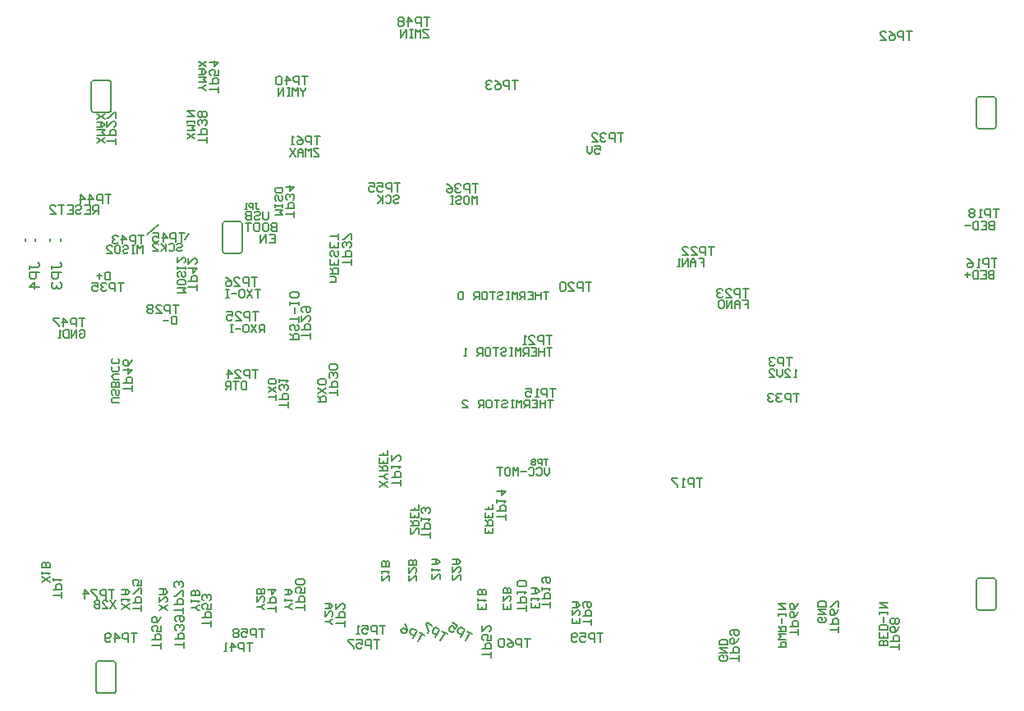
<source format=gbo>
G04 Layer_Color=32896*
%FSLAX25Y25*%
%MOIN*%
G70*
G01*
G75*
%ADD11C,0.00800*%
%ADD65C,0.00600*%
%ADD70C,0.00700*%
%ADD147C,0.00500*%
%ADD152C,0.00787*%
G54D11*
X68425Y185925D02*
X70125Y188225D01*
X53225Y187925D02*
X57925Y191925D01*
G54D65*
X90919Y180041D02*
X91626Y180334D01*
X91919Y181041D01*
Y192041D02*
X91626Y192748D01*
X90919Y193041D01*
X84919D02*
X84212Y192748D01*
X83919Y192041D01*
Y181041D02*
X84212Y180334D01*
X84919Y180041D01*
X389825Y231825D02*
X390118Y231118D01*
X390825Y230825D01*
Y243825D02*
X390118Y243532D01*
X389825Y242825D01*
X397825D02*
X397532Y243532D01*
X396825Y243825D01*
Y230825D02*
X397532Y231118D01*
X397825Y231825D01*
X32425Y2325D02*
X32718Y1618D01*
X33425Y1325D01*
Y14325D02*
X32718Y14032D01*
X32425Y13325D01*
X40425D02*
X40132Y14032D01*
X39425Y14325D01*
Y1325D02*
X40132Y1618D01*
X40425Y2325D01*
X30625Y238425D02*
X30918Y237718D01*
X31625Y237425D01*
Y250425D02*
X30918Y250132D01*
X30625Y249425D01*
X38625D02*
X38332Y250132D01*
X37625Y250425D01*
Y237425D02*
X38332Y237718D01*
X38625Y238425D01*
X397700Y47200D02*
X397407Y47907D01*
X396700Y48200D01*
Y35200D02*
X397407Y35493D01*
X397700Y36200D01*
X389700D02*
X389993Y35493D01*
X390700Y35200D01*
Y48200D02*
X389993Y47907D01*
X389700Y47200D01*
X83919Y181041D02*
Y192041D01*
X84919Y193041D02*
X90919D01*
X84919Y180041D02*
X90919D01*
X91919Y181041D02*
Y192041D01*
X397825Y231825D02*
Y242825D01*
X390825Y230825D02*
X396825D01*
X390825Y243825D02*
X396825D01*
X389825Y231825D02*
Y242825D01*
X40425Y2325D02*
Y13325D01*
X33425Y1325D02*
X39425D01*
X33425Y14325D02*
X39425D01*
X32425Y2325D02*
Y13325D01*
X38625Y238425D02*
Y249425D01*
X31625Y237425D02*
X37625D01*
X31625Y250425D02*
X37625D01*
X30625Y238425D02*
Y249425D01*
X389700Y36200D02*
Y47200D01*
X390700Y48200D02*
X396700D01*
X390700Y35200D02*
X396700D01*
X397700Y36200D02*
Y47200D01*
X203700Y250399D02*
X201367D01*
X202534D01*
Y246900D01*
X200201D02*
Y250399D01*
X198452D01*
X197869Y249816D01*
Y248649D01*
X198452Y248066D01*
X200201D01*
X194370Y250399D02*
X195536Y249816D01*
X196702Y248649D01*
Y247483D01*
X196119Y246900D01*
X194953D01*
X194370Y247483D01*
Y248066D01*
X194953Y248649D01*
X196702D01*
X193203Y249816D02*
X192620Y250399D01*
X191454D01*
X190871Y249816D01*
Y249233D01*
X191454Y248649D01*
X192037D01*
X191454D01*
X190871Y248066D01*
Y247483D01*
X191454Y246900D01*
X192620D01*
X193203Y247483D01*
X123300Y227899D02*
X120967D01*
X122134D01*
Y224400D01*
X119801D02*
Y227899D01*
X118052D01*
X117469Y227316D01*
Y226149D01*
X118052Y225566D01*
X119801D01*
X113970Y227899D02*
X115136Y227316D01*
X116302Y226149D01*
Y224983D01*
X115719Y224400D01*
X114553D01*
X113970Y224983D01*
Y225566D01*
X114553Y226149D01*
X116302D01*
X112803Y224400D02*
X111637D01*
X112220D01*
Y227899D01*
X112803Y227316D01*
X40399Y224600D02*
Y226933D01*
Y225766D01*
X36900D01*
Y228099D02*
X40399D01*
Y229848D01*
X39816Y230431D01*
X38649D01*
X38066Y229848D01*
Y228099D01*
X36900Y233930D02*
Y231598D01*
X39233Y233930D01*
X39816D01*
X40399Y233347D01*
Y232181D01*
X39816Y231598D01*
X40399Y235097D02*
Y237429D01*
X39816D01*
X37483Y235097D01*
X36900D01*
X208725Y23624D02*
X206393D01*
X207559D01*
Y20125D01*
X205226D02*
Y23624D01*
X203477D01*
X202894Y23041D01*
Y21875D01*
X203477Y21292D01*
X205226D01*
X199395Y23624D02*
X200561Y23041D01*
X201728Y21875D01*
Y20708D01*
X201144Y20125D01*
X199978D01*
X199395Y20708D01*
Y21292D01*
X199978Y21875D01*
X201728D01*
X198229Y23041D02*
X197645Y23624D01*
X196479D01*
X195896Y23041D01*
Y20708D01*
X196479Y20125D01*
X197645D01*
X198229Y20708D01*
Y23041D01*
X238225Y25724D02*
X235893D01*
X237059D01*
Y22225D01*
X234726D02*
Y25724D01*
X232977D01*
X232394Y25141D01*
Y23975D01*
X232977Y23392D01*
X234726D01*
X228895Y25724D02*
X231227D01*
Y23975D01*
X230061Y24558D01*
X229478D01*
X228895Y23975D01*
Y22808D01*
X229478Y22225D01*
X230644D01*
X231227Y22808D01*
X227729D02*
X227145Y22225D01*
X225979D01*
X225396Y22808D01*
Y25141D01*
X225979Y25724D01*
X227145D01*
X227729Y25141D01*
Y24558D01*
X227145Y23975D01*
X225396D01*
X100825Y27624D02*
X98493D01*
X99659D01*
Y24125D01*
X97326D02*
Y27624D01*
X95577D01*
X94994Y27041D01*
Y25875D01*
X95577Y25291D01*
X97326D01*
X91495Y27624D02*
X93827D01*
Y25875D01*
X92661Y26458D01*
X92078D01*
X91495Y25875D01*
Y24708D01*
X92078Y24125D01*
X93244D01*
X93827Y24708D01*
X90329Y27041D02*
X89745Y27624D01*
X88579D01*
X87996Y27041D01*
Y26458D01*
X88579Y25875D01*
X87996Y25291D01*
Y24708D01*
X88579Y24125D01*
X89745D01*
X90329Y24708D01*
Y25291D01*
X89745Y25875D01*
X90329Y26458D01*
Y27041D01*
X89745Y25875D02*
X88579D01*
X147525Y23024D02*
X145193D01*
X146359D01*
Y19525D01*
X144026D02*
Y23024D01*
X142277D01*
X141694Y22441D01*
Y21275D01*
X142277Y20692D01*
X144026D01*
X138195Y23024D02*
X140527D01*
Y21275D01*
X139361Y21858D01*
X138778D01*
X138195Y21275D01*
Y20108D01*
X138778Y19525D01*
X139944D01*
X140527Y20108D01*
X137029Y23024D02*
X134696D01*
Y22441D01*
X137029Y20108D01*
Y19525D01*
X58724D02*
Y21858D01*
Y20692D01*
X55225D01*
Y23024D02*
X58724D01*
Y24773D01*
X58141Y25357D01*
X56975D01*
X56392Y24773D01*
Y23024D01*
X58724Y28855D02*
Y26523D01*
X56975D01*
X57558Y27689D01*
Y28272D01*
X56975Y28855D01*
X55808D01*
X55225Y28272D01*
Y27106D01*
X55808Y26523D01*
X58724Y32354D02*
X58141Y31188D01*
X56975Y30022D01*
X55808D01*
X55225Y30605D01*
Y31771D01*
X55808Y32354D01*
X56392D01*
X56975Y31771D01*
Y30022D01*
X49000Y25699D02*
X46667D01*
X47834D01*
Y22200D01*
X45501D02*
Y25699D01*
X43752D01*
X43169Y25116D01*
Y23949D01*
X43752Y23366D01*
X45501D01*
X40253Y22200D02*
Y25699D01*
X42002Y23949D01*
X39670D01*
X38503Y22783D02*
X37920Y22200D01*
X36754D01*
X36171Y22783D01*
Y25116D01*
X36754Y25699D01*
X37920D01*
X38503Y25116D01*
Y24533D01*
X37920Y23949D01*
X36171D01*
X96125Y21924D02*
X93793D01*
X94959D01*
Y18425D01*
X92626D02*
Y21924D01*
X90877D01*
X90294Y21341D01*
Y20175D01*
X90877Y19591D01*
X92626D01*
X87378Y18425D02*
Y21924D01*
X89127Y20175D01*
X86795D01*
X85629Y18425D02*
X84462D01*
X85045D01*
Y21924D01*
X85629Y21341D01*
X68099Y19900D02*
Y22233D01*
Y21066D01*
X64600D01*
Y23399D02*
X68099D01*
Y25148D01*
X67516Y25732D01*
X66349D01*
X65766Y25148D01*
Y23399D01*
X67516Y26898D02*
X68099Y27481D01*
Y28647D01*
X67516Y29230D01*
X66933D01*
X66349Y28647D01*
Y28064D01*
Y28647D01*
X65766Y29230D01*
X65183D01*
X64600Y28647D01*
Y27481D01*
X65183Y26898D01*
Y30397D02*
X64600Y30980D01*
Y32146D01*
X65183Y32729D01*
X67516D01*
X68099Y32146D01*
Y30980D01*
X67516Y30397D01*
X66933D01*
X66349Y30980D01*
Y32729D01*
X155925Y208724D02*
X153593D01*
X154759D01*
Y205225D01*
X152426D02*
Y208724D01*
X150677D01*
X150094Y208141D01*
Y206975D01*
X150677Y206392D01*
X152426D01*
X146595Y208724D02*
X148927D01*
Y206975D01*
X147761Y207558D01*
X147178D01*
X146595Y206975D01*
Y205808D01*
X147178Y205225D01*
X148344D01*
X148927Y205808D01*
X143096Y208724D02*
X145429D01*
Y206975D01*
X144262Y207558D01*
X143679D01*
X143096Y206975D01*
Y205808D01*
X143679Y205225D01*
X144845D01*
X145429Y205808D01*
X82099Y245500D02*
Y247833D01*
Y246666D01*
X78600D01*
Y248999D02*
X82099D01*
Y250748D01*
X81516Y251331D01*
X80349D01*
X79766Y250748D01*
Y248999D01*
X82099Y254830D02*
Y252498D01*
X80349D01*
X80933Y253664D01*
Y254247D01*
X80349Y254830D01*
X79183D01*
X78600Y254247D01*
Y253081D01*
X79183Y252498D01*
X78600Y257746D02*
X82099D01*
X80349Y255997D01*
Y258329D01*
X43725Y168224D02*
X41393D01*
X42559D01*
Y164725D01*
X40226D02*
Y168224D01*
X38477D01*
X37894Y167641D01*
Y166475D01*
X38477Y165892D01*
X40226D01*
X36727Y167641D02*
X36144Y168224D01*
X34978D01*
X34395Y167641D01*
Y167058D01*
X34978Y166475D01*
X35561D01*
X34978D01*
X34395Y165892D01*
Y165308D01*
X34978Y164725D01*
X36144D01*
X36727Y165308D01*
X30896Y168224D02*
X33229D01*
Y166475D01*
X32062Y167058D01*
X31479D01*
X30896Y166475D01*
Y165308D01*
X31479Y164725D01*
X32645D01*
X33229Y165308D01*
X66125Y159224D02*
X63793D01*
X64959D01*
Y155725D01*
X62626D02*
Y159224D01*
X60877D01*
X60294Y158641D01*
Y157475D01*
X60877Y156892D01*
X62626D01*
X56795Y155725D02*
X59127D01*
X56795Y158058D01*
Y158641D01*
X57378Y159224D01*
X58544D01*
X59127Y158641D01*
X55629D02*
X55045Y159224D01*
X53879D01*
X53296Y158641D01*
Y158058D01*
X53879Y157475D01*
X53296Y156892D01*
Y156308D01*
X53879Y155725D01*
X55045D01*
X55629Y156308D01*
Y156892D01*
X55045Y157475D01*
X55629Y158058D01*
Y158641D01*
X55045Y157475D02*
X53879D01*
X198724Y71925D02*
Y74258D01*
Y73092D01*
X195225D01*
Y75424D02*
X198724D01*
Y77174D01*
X198141Y77757D01*
X196975D01*
X196391Y77174D01*
Y75424D01*
X195225Y78923D02*
Y80089D01*
Y79506D01*
X198724D01*
X198141Y78923D01*
X195225Y83588D02*
X198724D01*
X196975Y81839D01*
Y84171D01*
X168024Y64525D02*
Y66858D01*
Y65692D01*
X164525D01*
Y68024D02*
X168024D01*
Y69774D01*
X167441Y70357D01*
X166275D01*
X165691Y69774D01*
Y68024D01*
X164525Y71523D02*
Y72689D01*
Y72106D01*
X168024D01*
X167441Y71523D01*
Y74439D02*
X168024Y75022D01*
Y76188D01*
X167441Y76771D01*
X166858D01*
X166275Y76188D01*
Y75605D01*
Y76188D01*
X165691Y76771D01*
X165108D01*
X164525Y76188D01*
Y75022D01*
X165108Y74439D01*
X156099Y85800D02*
Y88133D01*
Y86966D01*
X152600D01*
Y89299D02*
X156099D01*
Y91048D01*
X155516Y91631D01*
X154349D01*
X153766Y91048D01*
Y89299D01*
X152600Y92798D02*
Y93964D01*
Y93381D01*
X156099D01*
X155516Y92798D01*
X152600Y98046D02*
Y95714D01*
X154933Y98046D01*
X155516D01*
X156099Y97463D01*
Y96297D01*
X155516Y95714D01*
X67724Y33825D02*
Y36158D01*
Y34991D01*
X64225D01*
Y37324D02*
X67724D01*
Y39074D01*
X67141Y39657D01*
X65975D01*
X65391Y39074D01*
Y37324D01*
X67724Y40823D02*
Y43156D01*
X67141D01*
X64808Y40823D01*
X64225D01*
X67141Y44322D02*
X67724Y44905D01*
Y46071D01*
X67141Y46654D01*
X66558D01*
X65975Y46071D01*
Y45488D01*
Y46071D01*
X65391Y46654D01*
X64808D01*
X64225Y46071D01*
Y44905D01*
X64808Y44322D01*
X39925Y43424D02*
X37593D01*
X38759D01*
Y39925D01*
X36426D02*
Y43424D01*
X34677D01*
X34094Y42841D01*
Y41675D01*
X34677Y41091D01*
X36426D01*
X32928Y43424D02*
X30595D01*
Y42841D01*
X32928Y40508D01*
Y39925D01*
X27679D02*
Y43424D01*
X29429Y41675D01*
X27096D01*
X50799Y34800D02*
Y37133D01*
Y35966D01*
X47300D01*
Y38299D02*
X50799D01*
Y40048D01*
X50216Y40631D01*
X49049D01*
X48466Y40048D01*
Y38299D01*
X50799Y41798D02*
Y44130D01*
X50216D01*
X47883Y41798D01*
X47300D01*
X50799Y47629D02*
Y45297D01*
X49049D01*
X49633Y46463D01*
Y47046D01*
X49049Y47629D01*
X47883D01*
X47300Y47046D01*
Y45880D01*
X47883Y45297D01*
X246525Y229024D02*
X244193D01*
X245359D01*
Y225525D01*
X243026D02*
Y229024D01*
X241277D01*
X240694Y228441D01*
Y227275D01*
X241277Y226692D01*
X243026D01*
X239528Y228441D02*
X238944Y229024D01*
X237778D01*
X237195Y228441D01*
Y227858D01*
X237778Y227275D01*
X238361D01*
X237778D01*
X237195Y226692D01*
Y226108D01*
X237778Y225525D01*
X238944D01*
X239528Y226108D01*
X233696Y225525D02*
X236029D01*
X233696Y227858D01*
Y228441D01*
X234279Y229024D01*
X235445D01*
X236029Y228441D01*
X110424Y117425D02*
Y119758D01*
Y118591D01*
X106925D01*
Y120924D02*
X110424D01*
Y122673D01*
X109841Y123257D01*
X108675D01*
X108091Y122673D01*
Y120924D01*
X109841Y124423D02*
X110424Y125006D01*
Y126172D01*
X109841Y126755D01*
X109258D01*
X108675Y126172D01*
Y125589D01*
Y126172D01*
X108091Y126755D01*
X107508D01*
X106925Y126172D01*
Y125006D01*
X107508Y124423D01*
X106925Y127922D02*
Y129088D01*
Y128505D01*
X110424D01*
X109841Y127922D01*
X130524Y122325D02*
Y124658D01*
Y123492D01*
X127025D01*
Y125824D02*
X130524D01*
Y127574D01*
X129941Y128157D01*
X128775D01*
X128191Y127574D01*
Y125824D01*
X129941Y129323D02*
X130524Y129906D01*
Y131072D01*
X129941Y131656D01*
X129358D01*
X128775Y131072D01*
Y130489D01*
Y131072D01*
X128191Y131656D01*
X127608D01*
X127025Y131072D01*
Y129906D01*
X127608Y129323D01*
X129941Y132822D02*
X130524Y133405D01*
Y134571D01*
X129941Y135154D01*
X127608D01*
X127025Y134571D01*
Y133405D01*
X127608Y132822D01*
X129941D01*
X119424Y145625D02*
Y147958D01*
Y146792D01*
X115925D01*
Y149124D02*
X119424D01*
Y150873D01*
X118841Y151457D01*
X117675D01*
X117092Y150873D01*
Y149124D01*
X115925Y154955D02*
Y152623D01*
X118258Y154955D01*
X118841D01*
X119424Y154372D01*
Y153206D01*
X118841Y152623D01*
X116508Y156122D02*
X115925Y156705D01*
Y157871D01*
X116508Y158454D01*
X118841D01*
X119424Y157871D01*
Y156705D01*
X118841Y156122D01*
X118258D01*
X117675Y156705D01*
Y158454D01*
X97825Y170424D02*
X95493D01*
X96659D01*
Y166925D01*
X94326D02*
Y170424D01*
X92577D01*
X91994Y169841D01*
Y168675D01*
X92577Y168091D01*
X94326D01*
X88495Y166925D02*
X90828D01*
X88495Y169258D01*
Y169841D01*
X89078Y170424D01*
X90244D01*
X90828Y169841D01*
X84996Y170424D02*
X86162Y169841D01*
X87329Y168675D01*
Y167508D01*
X86746Y166925D01*
X85579D01*
X84996Y167508D01*
Y168091D01*
X85579Y168675D01*
X87329D01*
X98325Y156424D02*
X95993D01*
X97159D01*
Y152925D01*
X94826D02*
Y156424D01*
X93077D01*
X92494Y155841D01*
Y154675D01*
X93077Y154092D01*
X94826D01*
X88995Y152925D02*
X91328D01*
X88995Y155258D01*
Y155841D01*
X89578Y156424D01*
X90744D01*
X91328Y155841D01*
X85496Y156424D02*
X87829D01*
Y154675D01*
X86662Y155258D01*
X86079D01*
X85496Y154675D01*
Y153508D01*
X86079Y152925D01*
X87246D01*
X87829Y153508D01*
X98225Y132824D02*
X95893D01*
X97059D01*
Y129325D01*
X94726D02*
Y132824D01*
X92977D01*
X92394Y132241D01*
Y131075D01*
X92977Y130491D01*
X94726D01*
X88895Y129325D02*
X91228D01*
X88895Y131658D01*
Y132241D01*
X89478Y132824D01*
X90644D01*
X91228Y132241D01*
X85979Y129325D02*
Y132824D01*
X87729Y131075D01*
X85396D01*
X399025Y198224D02*
X396693D01*
X397859D01*
Y194725D01*
X395526D02*
Y198224D01*
X393777D01*
X393194Y197641D01*
Y196475D01*
X393777Y195891D01*
X395526D01*
X392027Y194725D02*
X390861D01*
X391444D01*
Y198224D01*
X392027Y197641D01*
X389112D02*
X388529Y198224D01*
X387362D01*
X386779Y197641D01*
Y197058D01*
X387362Y196475D01*
X386779Y195891D01*
Y195308D01*
X387362Y194725D01*
X388529D01*
X389112Y195308D01*
Y195891D01*
X388529Y196475D01*
X389112Y197058D01*
Y197641D01*
X388529Y196475D02*
X387362D01*
X278525Y88724D02*
X276193D01*
X277359D01*
Y85225D01*
X275026D02*
Y88724D01*
X273277D01*
X272694Y88141D01*
Y86975D01*
X273277Y86392D01*
X275026D01*
X271528Y85225D02*
X270361D01*
X270944D01*
Y88724D01*
X271528Y88141D01*
X268612Y88724D02*
X266279D01*
Y88141D01*
X268612Y85808D01*
Y85225D01*
X398225Y178024D02*
X395893D01*
X397059D01*
Y174525D01*
X394726D02*
Y178024D01*
X392977D01*
X392394Y177441D01*
Y176275D01*
X392977Y175691D01*
X394726D01*
X391228Y174525D02*
X390061D01*
X390644D01*
Y178024D01*
X391228Y177441D01*
X385979Y178024D02*
X387145Y177441D01*
X388312Y176275D01*
Y175108D01*
X387729Y174525D01*
X386562D01*
X385979Y175108D01*
Y175691D01*
X386562Y176275D01*
X388312D01*
X315000Y137899D02*
X312667D01*
X313834D01*
Y134400D01*
X311501D02*
Y137899D01*
X309752D01*
X309169Y137316D01*
Y136149D01*
X309752Y135566D01*
X311501D01*
X308002Y137316D02*
X307419Y137899D01*
X306253D01*
X305670Y137316D01*
Y136733D01*
X306253Y136149D01*
X306836D01*
X306253D01*
X305670Y135566D01*
Y134983D01*
X306253Y134400D01*
X307419D01*
X308002Y134983D01*
X217600Y146699D02*
X215267D01*
X216434D01*
Y143200D01*
X214101D02*
Y146699D01*
X212352D01*
X211769Y146116D01*
Y144949D01*
X212352Y144366D01*
X214101D01*
X208270Y143200D02*
X210602D01*
X208270Y145533D01*
Y146116D01*
X208853Y146699D01*
X210019D01*
X210602Y146116D01*
X207103Y143200D02*
X205937D01*
X206520D01*
Y146699D01*
X207103Y146116D01*
X233525Y168324D02*
X231193D01*
X232359D01*
Y164825D01*
X230026D02*
Y168324D01*
X228277D01*
X227694Y167741D01*
Y166575D01*
X228277Y165991D01*
X230026D01*
X224195Y164825D02*
X226528D01*
X224195Y167158D01*
Y167741D01*
X224778Y168324D01*
X225944D01*
X226528Y167741D01*
X223029D02*
X222445Y168324D01*
X221279D01*
X220696Y167741D01*
Y165408D01*
X221279Y164825D01*
X222445D01*
X223029Y165408D01*
Y167741D01*
X219000Y125299D02*
X216667D01*
X217834D01*
Y121800D01*
X215501D02*
Y125299D01*
X213752D01*
X213169Y124716D01*
Y123549D01*
X213752Y122966D01*
X215501D01*
X212002Y121800D02*
X210836D01*
X211419D01*
Y125299D01*
X212002Y124716D01*
X206754Y125299D02*
X209086D01*
Y123549D01*
X207920Y124133D01*
X207337D01*
X206754Y123549D01*
Y122383D01*
X207337Y121800D01*
X208503D01*
X209086Y122383D01*
X112924Y194925D02*
Y197258D01*
Y196091D01*
X109425D01*
Y198424D02*
X112924D01*
Y200173D01*
X112341Y200757D01*
X111175D01*
X110591Y200173D01*
Y198424D01*
X112341Y201923D02*
X112924Y202506D01*
Y203672D01*
X112341Y204256D01*
X111758D01*
X111175Y203672D01*
Y203089D01*
Y203672D01*
X110591Y204256D01*
X110008D01*
X109425Y203672D01*
Y202506D01*
X110008Y201923D01*
X109425Y207171D02*
X112924D01*
X111175Y205422D01*
Y207754D01*
X187625Y208324D02*
X185293D01*
X186459D01*
Y204825D01*
X184126D02*
Y208324D01*
X182377D01*
X181794Y207741D01*
Y206575D01*
X182377Y205992D01*
X184126D01*
X180628Y207741D02*
X180044Y208324D01*
X178878D01*
X178295Y207741D01*
Y207158D01*
X178878Y206575D01*
X179461D01*
X178878D01*
X178295Y205992D01*
Y205408D01*
X178878Y204825D01*
X180044D01*
X180628Y205408D01*
X174796Y208324D02*
X175962Y207741D01*
X177129Y206575D01*
Y205408D01*
X176546Y204825D01*
X175379D01*
X174796Y205408D01*
Y205992D01*
X175379Y206575D01*
X177129D01*
X136024Y175425D02*
Y177758D01*
Y176592D01*
X132525D01*
Y178924D02*
X136024D01*
Y180674D01*
X135441Y181257D01*
X134275D01*
X133692Y180674D01*
Y178924D01*
X135441Y182423D02*
X136024Y183006D01*
Y184172D01*
X135441Y184756D01*
X134858D01*
X134275Y184172D01*
Y183589D01*
Y184172D01*
X133692Y184756D01*
X133108D01*
X132525Y184172D01*
Y183006D01*
X133108Y182423D01*
X136024Y185922D02*
Y188254D01*
X135441D01*
X133108Y185922D01*
X132525D01*
X77299Y225100D02*
Y227433D01*
Y226266D01*
X73800D01*
Y228599D02*
X77299D01*
Y230348D01*
X76716Y230931D01*
X75549D01*
X74966Y230348D01*
Y228599D01*
X76716Y232098D02*
X77299Y232681D01*
Y233847D01*
X76716Y234430D01*
X76133D01*
X75549Y233847D01*
Y233264D01*
Y233847D01*
X74966Y234430D01*
X74383D01*
X73800Y233847D01*
Y232681D01*
X74383Y232098D01*
X76716Y235597D02*
X77299Y236180D01*
Y237346D01*
X76716Y237929D01*
X76133D01*
X75549Y237346D01*
X74966Y237929D01*
X74383D01*
X73800Y237346D01*
Y236180D01*
X74383Y235597D01*
X74966D01*
X75549Y236180D01*
X76133Y235597D01*
X76716D01*
X75549Y236180D02*
Y237346D01*
X118400Y252199D02*
X116067D01*
X117234D01*
Y248700D01*
X114901D02*
Y252199D01*
X113152D01*
X112569Y251616D01*
Y250449D01*
X113152Y249866D01*
X114901D01*
X109653Y248700D02*
Y252199D01*
X111402Y250449D01*
X109070D01*
X107903Y251616D02*
X107320Y252199D01*
X106154D01*
X105571Y251616D01*
Y249283D01*
X106154Y248700D01*
X107320D01*
X107903Y249283D01*
Y251616D01*
X73424Y165225D02*
Y167558D01*
Y166392D01*
X69925D01*
Y168724D02*
X73424D01*
Y170474D01*
X72841Y171057D01*
X71675D01*
X71092Y170474D01*
Y168724D01*
X69925Y173972D02*
X73424D01*
X71675Y172223D01*
Y174556D01*
X69925Y178054D02*
Y175722D01*
X72258Y178054D01*
X72841D01*
X73424Y177471D01*
Y176305D01*
X72841Y175722D01*
X51925Y187524D02*
X49593D01*
X50759D01*
Y184025D01*
X48426D02*
Y187524D01*
X46677D01*
X46094Y186941D01*
Y185775D01*
X46677Y185192D01*
X48426D01*
X43178Y184025D02*
Y187524D01*
X44927Y185775D01*
X42595D01*
X41429Y186941D02*
X40845Y187524D01*
X39679D01*
X39096Y186941D01*
Y186358D01*
X39679Y185775D01*
X40262D01*
X39679D01*
X39096Y185192D01*
Y184608D01*
X39679Y184025D01*
X40845D01*
X41429Y184608D01*
X38500Y203999D02*
X36167D01*
X37334D01*
Y200500D01*
X35001D02*
Y203999D01*
X33252D01*
X32669Y203416D01*
Y202249D01*
X33252Y201666D01*
X35001D01*
X29753Y200500D02*
Y203999D01*
X31502Y202249D01*
X29170D01*
X26254Y200500D02*
Y203999D01*
X28003Y202249D01*
X25671D01*
X68425Y188324D02*
X66093D01*
X67259D01*
Y184825D01*
X64926D02*
Y188324D01*
X63177D01*
X62594Y187741D01*
Y186575D01*
X63177Y185992D01*
X64926D01*
X59678Y184825D02*
Y188324D01*
X61427Y186575D01*
X59095D01*
X55596Y188324D02*
X57929D01*
Y186575D01*
X56762Y187158D01*
X56179D01*
X55596Y186575D01*
Y185408D01*
X56179Y184825D01*
X57345D01*
X57929Y185408D01*
X47124Y124125D02*
Y126458D01*
Y125292D01*
X43625D01*
Y127624D02*
X47124D01*
Y129374D01*
X46541Y129957D01*
X45375D01*
X44791Y129374D01*
Y127624D01*
X43625Y132872D02*
X47124D01*
X45375Y131123D01*
Y133456D01*
X47124Y136954D02*
X46541Y135788D01*
X45375Y134622D01*
X44208D01*
X43625Y135205D01*
Y136371D01*
X44208Y136954D01*
X44791D01*
X45375Y136371D01*
Y134622D01*
X27825Y153824D02*
X25493D01*
X26659D01*
Y150325D01*
X24326D02*
Y153824D01*
X22577D01*
X21994Y153241D01*
Y152075D01*
X22577Y151491D01*
X24326D01*
X19078Y150325D02*
Y153824D01*
X20828Y152075D01*
X18495D01*
X17329Y153824D02*
X14996D01*
Y153241D01*
X17329Y150908D01*
Y150325D01*
X167825Y276124D02*
X165493D01*
X166659D01*
Y272625D01*
X164326D02*
Y276124D01*
X162577D01*
X161994Y275541D01*
Y274375D01*
X162577Y273792D01*
X164326D01*
X159078Y272625D02*
Y276124D01*
X160828Y274375D01*
X158495D01*
X157329Y275541D02*
X156746Y276124D01*
X155579D01*
X154996Y275541D01*
Y274958D01*
X155579Y274375D01*
X154996Y273792D01*
Y273208D01*
X155579Y272625D01*
X156746D01*
X157329Y273208D01*
Y273792D01*
X156746Y274375D01*
X157329Y274958D01*
Y275541D01*
X156746Y274375D02*
X155579D01*
X317524Y25125D02*
Y27458D01*
Y26291D01*
X314025D01*
Y28624D02*
X317524D01*
Y30373D01*
X316941Y30957D01*
X315775D01*
X315192Y30373D01*
Y28624D01*
X317524Y34455D02*
X316941Y33289D01*
X315775Y32123D01*
X314608D01*
X314025Y32706D01*
Y33872D01*
X314608Y34455D01*
X315192D01*
X315775Y33872D01*
Y32123D01*
X317524Y37954D02*
X316941Y36788D01*
X315775Y35622D01*
X314608D01*
X314025Y36205D01*
Y37371D01*
X314608Y37954D01*
X315192D01*
X315775Y37371D01*
Y35622D01*
X333824Y26025D02*
Y28358D01*
Y27191D01*
X330325D01*
Y29524D02*
X333824D01*
Y31273D01*
X333241Y31857D01*
X332075D01*
X331491Y31273D01*
Y29524D01*
X333824Y35355D02*
X333241Y34189D01*
X332075Y33023D01*
X330908D01*
X330325Y33606D01*
Y34772D01*
X330908Y35355D01*
X331491D01*
X332075Y34772D01*
Y33023D01*
X333824Y36522D02*
Y38854D01*
X333241D01*
X330908Y36522D01*
X330325D01*
X358424Y19125D02*
Y21458D01*
Y20291D01*
X354925D01*
Y22624D02*
X358424D01*
Y24374D01*
X357841Y24957D01*
X356675D01*
X356091Y24374D01*
Y22624D01*
X358424Y28455D02*
X357841Y27289D01*
X356675Y26123D01*
X355508D01*
X354925Y26706D01*
Y27872D01*
X355508Y28455D01*
X356091D01*
X356675Y27872D01*
Y26123D01*
X357841Y29622D02*
X358424Y30205D01*
Y31371D01*
X357841Y31954D01*
X357258D01*
X356675Y31371D01*
X356091Y31954D01*
X355508D01*
X354925Y31371D01*
Y30205D01*
X355508Y29622D01*
X356091D01*
X356675Y30205D01*
X357258Y29622D01*
X357841D01*
X356675Y30205D02*
Y31371D01*
X293324Y14325D02*
Y16658D01*
Y15492D01*
X289825D01*
Y17824D02*
X293324D01*
Y19573D01*
X292741Y20157D01*
X291575D01*
X290991Y19573D01*
Y17824D01*
X293324Y23655D02*
X292741Y22489D01*
X291575Y21323D01*
X290408D01*
X289825Y21906D01*
Y23072D01*
X290408Y23655D01*
X290991D01*
X291575Y23072D01*
Y21323D01*
X290408Y24822D02*
X289825Y25405D01*
Y26571D01*
X290408Y27154D01*
X292741D01*
X293324Y26571D01*
Y25405D01*
X292741Y24822D01*
X292158D01*
X291575Y25405D01*
Y27154D01*
X18524Y40025D02*
Y42358D01*
Y41192D01*
X15025D01*
Y43524D02*
X18524D01*
Y45274D01*
X17941Y45857D01*
X16775D01*
X16192Y45274D01*
Y43524D01*
X15025Y47023D02*
Y48189D01*
Y47606D01*
X18524D01*
X17941Y47023D01*
X133324Y28525D02*
Y30858D01*
Y29691D01*
X129825D01*
Y32024D02*
X133324D01*
Y33773D01*
X132741Y34357D01*
X131575D01*
X130991Y33773D01*
Y32024D01*
X129825Y37855D02*
Y35523D01*
X132158Y37855D01*
X132741D01*
X133324Y37272D01*
Y36106D01*
X132741Y35523D01*
X105524Y34625D02*
Y36958D01*
Y35792D01*
X102025D01*
Y38124D02*
X105524D01*
Y39873D01*
X104941Y40457D01*
X103775D01*
X103191Y39873D01*
Y38124D01*
X102025Y43372D02*
X105524D01*
X103775Y41623D01*
Y43955D01*
X117024Y35025D02*
Y37358D01*
Y36191D01*
X113525D01*
Y38524D02*
X117024D01*
Y40273D01*
X116441Y40857D01*
X115275D01*
X114691Y40273D01*
Y38524D01*
X117024Y44355D02*
Y42023D01*
X115275D01*
X115858Y43189D01*
Y43772D01*
X115275Y44355D01*
X114108D01*
X113525Y43772D01*
Y42606D01*
X114108Y42023D01*
X116441Y45522D02*
X117024Y46105D01*
Y47271D01*
X116441Y47854D01*
X114108D01*
X113525Y47271D01*
Y46105D01*
X114108Y45522D01*
X116441D01*
X79124Y28525D02*
Y30858D01*
Y29691D01*
X75625D01*
Y32024D02*
X79124D01*
Y33773D01*
X78541Y34357D01*
X77375D01*
X76792Y33773D01*
Y32024D01*
X79124Y37855D02*
Y35523D01*
X77375D01*
X77958Y36689D01*
Y37272D01*
X77375Y37855D01*
X76208D01*
X75625Y37272D01*
Y36106D01*
X76208Y35523D01*
X78541Y39022D02*
X79124Y39605D01*
Y40771D01*
X78541Y41354D01*
X77958D01*
X77375Y40771D01*
Y40188D01*
Y40771D01*
X76792Y41354D01*
X76208D01*
X75625Y40771D01*
Y39605D01*
X76208Y39022D01*
X185175Y25355D02*
X183155Y26522D01*
X184165Y25938D01*
X182415Y22908D01*
X180395Y24075D02*
X182144Y27105D01*
X180630Y27979D01*
X179833Y27766D01*
X179250Y26756D01*
X179463Y25959D01*
X180978Y25085D01*
X177094Y30020D02*
X179114Y28854D01*
X178240Y27339D01*
X177521Y28427D01*
X177016Y28719D01*
X176220Y28505D01*
X175636Y27495D01*
X175850Y26699D01*
X176860Y26116D01*
X177656Y26329D01*
X165775Y24955D02*
X163755Y26122D01*
X164765Y25539D01*
X163015Y22508D01*
X160995Y23675D02*
X162744Y26705D01*
X161230Y27580D01*
X160433Y27366D01*
X159850Y26356D01*
X160063Y25559D01*
X161578Y24685D01*
X157694Y29621D02*
X158413Y28532D01*
X158840Y26939D01*
X158256Y25929D01*
X157460Y25716D01*
X156450Y26299D01*
X156237Y27095D01*
X156528Y27600D01*
X157325Y27814D01*
X158840Y26939D01*
X174975Y25355D02*
X172955Y26522D01*
X173965Y25938D01*
X172215Y22908D01*
X170195Y24075D02*
X171944Y27105D01*
X170430Y27979D01*
X169633Y27766D01*
X169050Y26756D01*
X169263Y25959D01*
X170778Y25085D01*
X168914Y28854D02*
X166894Y30020D01*
X166603Y29515D01*
X167456Y26329D01*
X167165Y25824D01*
X149825Y28924D02*
X147493D01*
X148659D01*
Y25425D01*
X146326D02*
Y28924D01*
X144577D01*
X143994Y28341D01*
Y27175D01*
X144577Y26592D01*
X146326D01*
X140495Y28924D02*
X142827D01*
Y27175D01*
X141661Y27758D01*
X141078D01*
X140495Y27175D01*
Y26008D01*
X141078Y25425D01*
X142244D01*
X142827Y26008D01*
X139329Y25425D02*
X138162D01*
X138745D01*
Y28924D01*
X139329Y28341D01*
X233524Y29225D02*
Y31558D01*
Y30391D01*
X230025D01*
Y32724D02*
X233524D01*
Y34473D01*
X232941Y35057D01*
X231775D01*
X231191Y34473D01*
Y32724D01*
X230608Y36223D02*
X230025Y36806D01*
Y37972D01*
X230608Y38555D01*
X232941D01*
X233524Y37972D01*
Y36806D01*
X232941Y36223D01*
X232358D01*
X231775Y36806D01*
Y38555D01*
X207024Y34725D02*
Y37058D01*
Y35892D01*
X203525D01*
Y38224D02*
X207024D01*
Y39974D01*
X206441Y40557D01*
X205275D01*
X204692Y39974D01*
Y38224D01*
X203525Y41723D02*
Y42889D01*
Y42306D01*
X207024D01*
X206441Y41723D01*
Y44639D02*
X207024Y45222D01*
Y46388D01*
X206441Y46971D01*
X204108D01*
X203525Y46388D01*
Y45222D01*
X204108Y44639D01*
X206441D01*
X216899Y36200D02*
Y38533D01*
Y37366D01*
X213400D01*
Y39699D02*
X216899D01*
Y41448D01*
X216316Y42031D01*
X215149D01*
X214566Y41448D01*
Y39699D01*
X213400Y43198D02*
Y44364D01*
Y43781D01*
X216899D01*
X216316Y43198D01*
X213983Y46113D02*
X213400Y46697D01*
Y47863D01*
X213983Y48446D01*
X216316D01*
X216899Y47863D01*
Y46697D01*
X216316Y46113D01*
X215733D01*
X215149Y46697D01*
Y48446D01*
X192724Y15925D02*
Y18258D01*
Y17091D01*
X189225D01*
Y19424D02*
X192724D01*
Y21173D01*
X192141Y21757D01*
X190975D01*
X190392Y21173D01*
Y19424D01*
X192724Y25256D02*
Y22923D01*
X190975D01*
X191558Y24089D01*
Y24672D01*
X190975Y25256D01*
X189808D01*
X189225Y24672D01*
Y23506D01*
X189808Y22923D01*
X189225Y28754D02*
Y26422D01*
X191558Y28754D01*
X192141D01*
X192724Y28171D01*
Y27005D01*
X192141Y26422D01*
X283325Y182924D02*
X280993D01*
X282159D01*
Y179425D01*
X279826D02*
Y182924D01*
X278077D01*
X277494Y182341D01*
Y181175D01*
X278077Y180591D01*
X279826D01*
X273995Y179425D02*
X276327D01*
X273995Y181758D01*
Y182341D01*
X274578Y182924D01*
X275744D01*
X276327Y182341D01*
X270496Y179425D02*
X272829D01*
X270496Y181758D01*
Y182341D01*
X271079Y182924D01*
X272245D01*
X272829Y182341D01*
X297400Y165799D02*
X295067D01*
X296234D01*
Y162300D01*
X293901D02*
Y165799D01*
X292152D01*
X291569Y165216D01*
Y164049D01*
X292152Y163466D01*
X293901D01*
X288070Y162300D02*
X290402D01*
X288070Y164633D01*
Y165216D01*
X288653Y165799D01*
X289819D01*
X290402Y165216D01*
X286903D02*
X286320Y165799D01*
X285154D01*
X284571Y165216D01*
Y164633D01*
X285154Y164049D01*
X285737D01*
X285154D01*
X284571Y163466D01*
Y162883D01*
X285154Y162300D01*
X286320D01*
X286903Y162883D01*
X317925Y123224D02*
X315593D01*
X316759D01*
Y119725D01*
X314426D02*
Y123224D01*
X312677D01*
X312094Y122641D01*
Y121475D01*
X312677Y120891D01*
X314426D01*
X310928Y122641D02*
X310344Y123224D01*
X309178D01*
X308595Y122641D01*
Y122058D01*
X309178Y121475D01*
X309761D01*
X309178D01*
X308595Y120891D01*
Y120308D01*
X309178Y119725D01*
X310344D01*
X310928Y120308D01*
X307429Y122641D02*
X306845Y123224D01*
X305679D01*
X305096Y122641D01*
Y122058D01*
X305679Y121475D01*
X306262D01*
X305679D01*
X305096Y120891D01*
Y120308D01*
X305679Y119725D01*
X306845D01*
X307429Y120308D01*
X363700Y270399D02*
X361367D01*
X362534D01*
Y266900D01*
X360201D02*
Y270399D01*
X358452D01*
X357869Y269816D01*
Y268649D01*
X358452Y268066D01*
X360201D01*
X354370Y270399D02*
X355536Y269816D01*
X356702Y268649D01*
Y267483D01*
X356119Y266900D01*
X354953D01*
X354370Y267483D01*
Y268066D01*
X354953Y268649D01*
X356702D01*
X350871Y266900D02*
X353203D01*
X350871Y269233D01*
Y269816D01*
X351454Y270399D01*
X352620D01*
X353203Y269816D01*
X216600Y92999D02*
Y90866D01*
X215534Y89800D01*
X214467Y90866D01*
Y92999D01*
X211268Y92466D02*
X211802Y92999D01*
X212868D01*
X213401Y92466D01*
Y90333D01*
X212868Y89800D01*
X211802D01*
X211268Y90333D01*
X208069Y92466D02*
X208603Y92999D01*
X209669D01*
X210202Y92466D01*
Y90333D01*
X209669Y89800D01*
X208603D01*
X208069Y90333D01*
X207003Y91400D02*
X204870D01*
X203804Y89800D02*
Y92999D01*
X202738Y91933D01*
X201672Y92999D01*
Y89800D01*
X199006Y92999D02*
X200072D01*
X200605Y92466D01*
Y90333D01*
X200072Y89800D01*
X199006D01*
X198472Y90333D01*
Y92466D01*
X199006Y92999D01*
X197406D02*
X195273D01*
X196340D01*
Y89800D01*
X36024Y225075D02*
X32825Y227207D01*
X36024D02*
X32825Y225075D01*
Y228274D02*
X36024D01*
X34958Y229340D01*
X36024Y230406D01*
X32825D01*
Y231473D02*
X34958D01*
X36024Y232539D01*
X34958Y233605D01*
X32825D01*
X34425D01*
Y231473D01*
X36024Y234672D02*
X32825Y236804D01*
X36024D02*
X32825Y234672D01*
X77199Y246500D02*
X76666D01*
X75599Y247566D01*
X76666Y248633D01*
X77199D01*
X75599Y247566D02*
X74000D01*
Y249699D02*
X77199D01*
X76133Y250765D01*
X77199Y251832D01*
X74000D01*
Y252898D02*
X76133D01*
X77199Y253964D01*
X76133Y255031D01*
X74000D01*
X75599D01*
Y252898D01*
X77199Y256097D02*
X74000Y258230D01*
X77199D02*
X74000Y256097D01*
X122925Y222824D02*
X120793D01*
Y222291D01*
X122925Y220158D01*
Y219625D01*
X120793D01*
X119726D02*
Y222824D01*
X118660Y221758D01*
X117594Y222824D01*
Y219625D01*
X116527D02*
Y221758D01*
X115461Y222824D01*
X114395Y221758D01*
Y219625D01*
Y221225D01*
X116527D01*
X113328Y222824D02*
X111196Y219625D01*
Y222824D02*
X113328Y219625D01*
X117625Y247324D02*
Y246791D01*
X116559Y245725D01*
X115493Y246791D01*
Y247324D01*
X116559Y245725D02*
Y244125D01*
X114426D02*
Y247324D01*
X113360Y246258D01*
X112294Y247324D01*
Y244125D01*
X111227Y247324D02*
X110161D01*
X110694D01*
Y244125D01*
X111227D01*
X110161D01*
X108562D02*
Y247324D01*
X106429Y244125D01*
Y247324D01*
X13824Y46525D02*
X10625Y48658D01*
X13824D02*
X10625Y46525D01*
Y49724D02*
Y50791D01*
Y50257D01*
X13824D01*
X13291Y49724D01*
X13824Y52390D02*
X10625D01*
Y53989D01*
X11158Y54523D01*
X11692D01*
X12225Y53989D01*
Y52390D01*
Y53989D01*
X12758Y54523D01*
X13291D01*
X13824Y53989D01*
Y52390D01*
X46124Y35625D02*
X42925Y37758D01*
X46124D02*
X42925Y35625D01*
Y38824D02*
Y39891D01*
Y39357D01*
X46124D01*
X45591Y38824D01*
X42925Y41490D02*
X45058D01*
X46124Y42556D01*
X45058Y43623D01*
X42925D01*
X44525D01*
Y41490D01*
X61424Y35125D02*
X58225Y37258D01*
X61424D02*
X58225Y35125D01*
Y40457D02*
Y38324D01*
X60358Y40457D01*
X60891D01*
X61424Y39924D01*
Y38857D01*
X60891Y38324D01*
X58225Y41523D02*
X60358D01*
X61424Y42590D01*
X60358Y43656D01*
X58225D01*
X59825D01*
Y41523D01*
X397000Y193099D02*
Y189900D01*
X395401D01*
X394867Y190433D01*
Y190966D01*
X395401Y191499D01*
X397000D01*
X395401D01*
X394867Y192033D01*
Y192566D01*
X395401Y193099D01*
X397000D01*
X391668D02*
X393801D01*
Y189900D01*
X391668D01*
X393801Y191499D02*
X392735D01*
X390602Y193099D02*
Y189900D01*
X389003D01*
X388469Y190433D01*
Y192566D01*
X389003Y193099D01*
X390602D01*
X387403Y191499D02*
X385270D01*
X396900Y172999D02*
Y169800D01*
X395301D01*
X394767Y170333D01*
Y170866D01*
X395301Y171399D01*
X396900D01*
X395301D01*
X394767Y171933D01*
Y172466D01*
X395301Y172999D01*
X396900D01*
X391568D02*
X393701D01*
Y169800D01*
X391568D01*
X393701Y171399D02*
X392635D01*
X390502Y172999D02*
Y169800D01*
X388903D01*
X388369Y170333D01*
Y172466D01*
X388903Y172999D01*
X390502D01*
X387303Y171399D02*
X385170D01*
X386237Y172466D02*
Y170333D01*
X41924Y119325D02*
X39258D01*
X38725Y119858D01*
Y120925D01*
X39258Y121458D01*
X41924D01*
X41391Y124657D02*
X41924Y124124D01*
Y123057D01*
X41391Y122524D01*
X40858D01*
X40325Y123057D01*
Y124124D01*
X39792Y124657D01*
X39258D01*
X38725Y124124D01*
Y123057D01*
X39258Y122524D01*
X41924Y125723D02*
X38725D01*
Y127323D01*
X39258Y127856D01*
X39792D01*
X40325Y127323D01*
Y125723D01*
Y127323D01*
X40858Y127856D01*
X41391D01*
X41924Y127323D01*
Y125723D01*
Y128922D02*
X39792D01*
X38725Y129988D01*
X39792Y131055D01*
X41924D01*
X41391Y134254D02*
X41924Y133721D01*
Y132654D01*
X41391Y132121D01*
X39258D01*
X38725Y132654D01*
Y133721D01*
X39258Y134254D01*
X41391Y137453D02*
X41924Y136919D01*
Y135853D01*
X41391Y135320D01*
X39258D01*
X38725Y135853D01*
Y136919D01*
X39258Y137453D01*
X25693Y148591D02*
X26226Y149124D01*
X27292D01*
X27825Y148591D01*
Y146458D01*
X27292Y145925D01*
X26226D01*
X25693Y146458D01*
Y147525D01*
X26759D01*
X24626Y145925D02*
Y149124D01*
X22494Y145925D01*
Y149124D01*
X21427D02*
Y145925D01*
X19828D01*
X19295Y146458D01*
Y148591D01*
X19828Y149124D01*
X21427D01*
X18228Y145925D02*
X17162D01*
X17695D01*
Y149124D01*
X18228Y148591D01*
X65125Y154524D02*
Y151325D01*
X63526D01*
X62993Y151858D01*
Y153991D01*
X63526Y154524D01*
X65125D01*
X61926Y152925D02*
X59794D01*
X38125Y172624D02*
Y169425D01*
X36526D01*
X35993Y169958D01*
Y172091D01*
X36526Y172624D01*
X38125D01*
X34926Y171025D02*
X32794D01*
X33860Y172091D02*
Y169958D01*
X234893Y223724D02*
X237025D01*
Y222125D01*
X235959Y222658D01*
X235426D01*
X234893Y222125D01*
Y221058D01*
X235426Y220525D01*
X236492D01*
X237025Y221058D01*
X233826Y223724D02*
Y221591D01*
X232760Y220525D01*
X231694Y221591D01*
Y223724D01*
X187125Y200225D02*
Y203424D01*
X186059Y202358D01*
X184993Y203424D01*
Y200225D01*
X182327Y203424D02*
X183393D01*
X183926Y202891D01*
Y200758D01*
X183393Y200225D01*
X182327D01*
X181794Y200758D01*
Y202891D01*
X182327Y203424D01*
X178595Y202891D02*
X179128Y203424D01*
X180194D01*
X180727Y202891D01*
Y202358D01*
X180194Y201825D01*
X179128D01*
X178595Y201291D01*
Y200758D01*
X179128Y200225D01*
X180194D01*
X180727Y200758D01*
X177528Y203424D02*
X176462D01*
X176995D01*
Y200225D01*
X177528D01*
X176462D01*
X153193Y203191D02*
X153726Y203724D01*
X154792D01*
X155325Y203191D01*
Y202658D01*
X154792Y202125D01*
X153726D01*
X153193Y201591D01*
Y201058D01*
X153726Y200525D01*
X154792D01*
X155325Y201058D01*
X149994Y203191D02*
X150527Y203724D01*
X151593D01*
X152126Y203191D01*
Y201058D01*
X151593Y200525D01*
X150527D01*
X149994Y201058D01*
X148927Y203724D02*
Y200525D01*
Y201591D01*
X146795Y203724D01*
X148394Y202125D01*
X146795Y200525D01*
X105025Y195725D02*
X108224D01*
X107158Y196792D01*
X108224Y197858D01*
X105025D01*
X108224Y198924D02*
Y199990D01*
Y199457D01*
X105025D01*
Y198924D01*
Y199990D01*
X107691Y203723D02*
X108224Y203189D01*
Y202123D01*
X107691Y201590D01*
X107158D01*
X106625Y202123D01*
Y203189D01*
X106091Y203723D01*
X105558D01*
X105025Y203189D01*
Y202123D01*
X105558Y201590D01*
X108224Y206388D02*
Y205322D01*
X107691Y204789D01*
X105558D01*
X105025Y205322D01*
Y206388D01*
X105558Y206922D01*
X107691D01*
X108224Y206388D01*
X167425Y271124D02*
X165293D01*
Y270591D01*
X167425Y268458D01*
Y267925D01*
X165293D01*
X164226D02*
Y271124D01*
X163160Y270058D01*
X162094Y271124D01*
Y267925D01*
X161027Y271124D02*
X159961D01*
X160494D01*
Y267925D01*
X161027D01*
X159961D01*
X158361D02*
Y271124D01*
X156229Y267925D01*
Y271124D01*
X72499Y226800D02*
X69300Y228933D01*
X72499D02*
X69300Y226800D01*
Y229999D02*
X72499D01*
X71433Y231065D01*
X72499Y232132D01*
X69300D01*
X72499Y233198D02*
Y234264D01*
Y233731D01*
X69300D01*
Y233198D01*
Y234264D01*
Y235864D02*
X72499D01*
X69300Y237996D01*
X72499D01*
X51325Y180125D02*
Y183324D01*
X50259Y182258D01*
X49193Y183324D01*
Y180125D01*
X48126Y183324D02*
X47060D01*
X47593D01*
Y180125D01*
X48126D01*
X47060D01*
X43328Y182791D02*
X43861Y183324D01*
X44927D01*
X45460Y182791D01*
Y182258D01*
X44927Y181725D01*
X43861D01*
X43328Y181192D01*
Y180658D01*
X43861Y180125D01*
X44927D01*
X45460Y180658D01*
X40662Y183324D02*
X41728D01*
X42261Y182791D01*
Y180658D01*
X41728Y180125D01*
X40662D01*
X40129Y180658D01*
Y182791D01*
X40662Y183324D01*
X36930Y180125D02*
X39062D01*
X36930Y182258D01*
Y182791D01*
X37463Y183324D01*
X38529D01*
X39062Y182791D01*
X65193Y183691D02*
X65726Y184224D01*
X66792D01*
X67325Y183691D01*
Y183158D01*
X66792Y182625D01*
X65726D01*
X65193Y182091D01*
Y181558D01*
X65726Y181025D01*
X66792D01*
X67325Y181558D01*
X61994Y183691D02*
X62527Y184224D01*
X63593D01*
X64126Y183691D01*
Y181558D01*
X63593Y181025D01*
X62527D01*
X61994Y181558D01*
X60927Y184224D02*
Y181025D01*
Y182091D01*
X58795Y184224D01*
X60394Y182625D01*
X58795Y181025D01*
X55596D02*
X57728D01*
X55596Y183158D01*
Y183691D01*
X56129Y184224D01*
X57195D01*
X57728Y183691D01*
X65625Y164125D02*
X68824D01*
X67758Y165191D01*
X68824Y166258D01*
X65625D01*
X68824Y168924D02*
Y167857D01*
X68291Y167324D01*
X66158D01*
X65625Y167857D01*
Y168924D01*
X66158Y169457D01*
X68291D01*
X68824Y168924D01*
X68291Y172656D02*
X68824Y172123D01*
Y171056D01*
X68291Y170523D01*
X67758D01*
X67225Y171056D01*
Y172123D01*
X66691Y172656D01*
X66158D01*
X65625Y172123D01*
Y171056D01*
X66158Y170523D01*
X68824Y173722D02*
Y174788D01*
Y174255D01*
X65625D01*
Y173722D01*
Y174788D01*
Y178521D02*
Y176388D01*
X67758Y178521D01*
X68291D01*
X68824Y177987D01*
Y176921D01*
X68291Y176388D01*
X99125Y165424D02*
X96993D01*
X98059D01*
Y162225D01*
X95926Y165424D02*
X93794Y162225D01*
Y165424D02*
X95926Y162225D01*
X92727Y164891D02*
X92194Y165424D01*
X91128D01*
X90595Y164891D01*
Y162758D01*
X91128Y162225D01*
X92194D01*
X92727Y162758D01*
Y164891D01*
X89528Y163825D02*
X87396D01*
X86329Y165424D02*
X85263D01*
X85796D01*
Y162225D01*
X86329D01*
X85263D01*
X93525Y128124D02*
Y124925D01*
X91926D01*
X91393Y125458D01*
Y127591D01*
X91926Y128124D01*
X93525D01*
X90326D02*
X88194D01*
X89260D01*
Y124925D01*
X87127D02*
Y128124D01*
X85528D01*
X84995Y127591D01*
Y126525D01*
X85528Y125991D01*
X87127D01*
X86061D02*
X84995Y124925D01*
X105524Y120625D02*
Y122758D01*
Y121692D01*
X102325D01*
X105524Y123824D02*
X102325Y125957D01*
X105524D02*
X102325Y123824D01*
X104991Y127023D02*
X105524Y127556D01*
Y128623D01*
X104991Y129156D01*
X102858D01*
X102325Y128623D01*
Y127556D01*
X102858Y127023D01*
X104991D01*
X218025Y120624D02*
X215893D01*
X216959D01*
Y117425D01*
X214826Y120624D02*
Y117425D01*
Y119025D01*
X212694D01*
Y120624D01*
Y117425D01*
X209495Y120624D02*
X211627D01*
Y117425D01*
X209495D01*
X211627Y119025D02*
X210561D01*
X208428Y117425D02*
Y120624D01*
X206829D01*
X206296Y120091D01*
Y119025D01*
X206829Y118491D01*
X208428D01*
X207362D02*
X206296Y117425D01*
X205229D02*
Y120624D01*
X204163Y119558D01*
X203097Y120624D01*
Y117425D01*
X202030Y120624D02*
X200964D01*
X201497D01*
Y117425D01*
X202030D01*
X200964D01*
X197232Y120091D02*
X197765Y120624D01*
X198831D01*
X199365Y120091D01*
Y119558D01*
X198831Y119025D01*
X197765D01*
X197232Y118491D01*
Y117958D01*
X197765Y117425D01*
X198831D01*
X199365Y117958D01*
X196166Y120624D02*
X194033D01*
X195099D01*
Y117425D01*
X191367Y120624D02*
X192433D01*
X192967Y120091D01*
Y117958D01*
X192433Y117425D01*
X191367D01*
X190834Y117958D01*
Y120091D01*
X191367Y120624D01*
X189768Y117425D02*
Y120624D01*
X188168D01*
X187635Y120091D01*
Y119025D01*
X188168Y118491D01*
X189768D01*
X188701D02*
X187635Y117425D01*
X181237D02*
X183370D01*
X181237Y119558D01*
Y120091D01*
X181770Y120624D01*
X182836D01*
X183370Y120091D01*
X217600Y141699D02*
X215467D01*
X216534D01*
Y138500D01*
X214401Y141699D02*
Y138500D01*
Y140100D01*
X212268D01*
Y141699D01*
Y138500D01*
X209069Y141699D02*
X211202D01*
Y138500D01*
X209069D01*
X211202Y140100D02*
X210136D01*
X208003Y138500D02*
Y141699D01*
X206404D01*
X205870Y141166D01*
Y140100D01*
X206404Y139566D01*
X208003D01*
X206937D02*
X205870Y138500D01*
X204804D02*
Y141699D01*
X203738Y140633D01*
X202672Y141699D01*
Y138500D01*
X201605Y141699D02*
X200539D01*
X201072D01*
Y138500D01*
X201605D01*
X200539D01*
X196807Y141166D02*
X197340Y141699D01*
X198406D01*
X198939Y141166D01*
Y140633D01*
X198406Y140100D01*
X197340D01*
X196807Y139566D01*
Y139033D01*
X197340Y138500D01*
X198406D01*
X198939Y139033D01*
X195740Y141699D02*
X193608D01*
X194674D01*
Y138500D01*
X190942Y141699D02*
X192008D01*
X192541Y141166D01*
Y139033D01*
X192008Y138500D01*
X190942D01*
X190409Y139033D01*
Y141166D01*
X190942Y141699D01*
X189342Y138500D02*
Y141699D01*
X187743D01*
X187210Y141166D01*
Y140100D01*
X187743Y139566D01*
X189342D01*
X188276D02*
X187210Y138500D01*
X182945D02*
X181878D01*
X182411D01*
Y141699D01*
X182945Y141166D01*
X216225Y164624D02*
X214093D01*
X215159D01*
Y161425D01*
X213026Y164624D02*
Y161425D01*
Y163025D01*
X210894D01*
Y164624D01*
Y161425D01*
X207695Y164624D02*
X209827D01*
Y161425D01*
X207695D01*
X209827Y163025D02*
X208761D01*
X206628Y161425D02*
Y164624D01*
X205029D01*
X204496Y164091D01*
Y163025D01*
X205029Y162492D01*
X206628D01*
X205562D02*
X204496Y161425D01*
X203429D02*
Y164624D01*
X202363Y163558D01*
X201297Y164624D01*
Y161425D01*
X200230Y164624D02*
X199164D01*
X199697D01*
Y161425D01*
X200230D01*
X199164D01*
X195432Y164091D02*
X195965Y164624D01*
X197031D01*
X197565Y164091D01*
Y163558D01*
X197031Y163025D01*
X195965D01*
X195432Y162492D01*
Y161958D01*
X195965Y161425D01*
X197031D01*
X197565Y161958D01*
X194366Y164624D02*
X192233D01*
X193299D01*
Y161425D01*
X189567Y164624D02*
X190633D01*
X191167Y164091D01*
Y161958D01*
X190633Y161425D01*
X189567D01*
X189034Y161958D01*
Y164091D01*
X189567Y164624D01*
X187968Y161425D02*
Y164624D01*
X186368D01*
X185835Y164091D01*
Y163025D01*
X186368Y162492D01*
X187968D01*
X186901D02*
X185835Y161425D01*
X181570Y164091D02*
X181036Y164624D01*
X179970D01*
X179437Y164091D01*
Y161958D01*
X179970Y161425D01*
X181036D01*
X181570Y161958D01*
Y164091D01*
X276993Y178024D02*
X279125D01*
Y176425D01*
X278059D01*
X279125D01*
Y174825D01*
X275926D02*
Y176958D01*
X274860Y178024D01*
X273794Y176958D01*
Y174825D01*
Y176425D01*
X275926D01*
X272727Y174825D02*
Y178024D01*
X270595Y174825D01*
Y178024D01*
X269528Y174825D02*
X268462D01*
X268995D01*
Y178024D01*
X269528Y177491D01*
X294867Y161099D02*
X297000D01*
Y159500D01*
X295934D01*
X297000D01*
Y157900D01*
X293801D02*
Y160033D01*
X292735Y161099D01*
X291668Y160033D01*
Y157900D01*
Y159500D01*
X293801D01*
X290602Y157900D02*
Y161099D01*
X288469Y157900D01*
Y161099D01*
X287403Y160566D02*
X286870Y161099D01*
X285804D01*
X285270Y160566D01*
Y158433D01*
X285804Y157900D01*
X286870D01*
X287403Y158433D01*
Y160566D01*
X316900Y129800D02*
X315834D01*
X316367D01*
Y132999D01*
X316900Y132466D01*
X312102Y129800D02*
X314234D01*
X312102Y131933D01*
Y132466D01*
X312635Y132999D01*
X313701D01*
X314234Y132466D01*
X311035Y132999D02*
Y130866D01*
X309969Y129800D01*
X308903Y130866D01*
Y132999D01*
X305704Y129800D02*
X307836D01*
X305704Y131933D01*
Y132466D01*
X306237Y132999D01*
X307303D01*
X307836Y132466D01*
X353799Y20700D02*
X350600D01*
Y22299D01*
X351133Y22833D01*
X351666D01*
X352200Y22299D01*
Y20700D01*
Y22299D01*
X352733Y22833D01*
X353266D01*
X353799Y22299D01*
Y20700D01*
Y26032D02*
Y23899D01*
X350600D01*
Y26032D01*
X352200Y23899D02*
Y24965D01*
X353799Y27098D02*
X350600D01*
Y28697D01*
X351133Y29231D01*
X353266D01*
X353799Y28697D01*
Y27098D01*
X352200Y30297D02*
Y32430D01*
X353799Y33496D02*
Y34562D01*
Y34029D01*
X350600D01*
Y33496D01*
Y34562D01*
Y36162D02*
X353799D01*
X350600Y38294D01*
X353799D01*
X328291Y32258D02*
X328824Y31725D01*
Y30658D01*
X328291Y30125D01*
X326158D01*
X325625Y30658D01*
Y31725D01*
X326158Y32258D01*
X327225D01*
Y31192D01*
X325625Y33324D02*
X328824D01*
X325625Y35457D01*
X328824D01*
Y36523D02*
X325625D01*
Y38123D01*
X326158Y38656D01*
X328291D01*
X328824Y38123D01*
Y36523D01*
X309300Y20100D02*
X312499D01*
Y21700D01*
X311966Y22233D01*
X310899D01*
X310366Y21700D01*
Y20100D01*
X312499Y23299D02*
X309300D01*
X310366Y24365D01*
X309300Y25432D01*
X312499D01*
X309300Y26498D02*
X312499D01*
Y28097D01*
X311966Y28631D01*
X310899D01*
X310366Y28097D01*
Y26498D01*
Y27564D02*
X309300Y28631D01*
X310899Y29697D02*
Y31830D01*
X312499Y32896D02*
Y33962D01*
Y33429D01*
X309300D01*
Y32896D01*
Y33962D01*
Y35562D02*
X312499D01*
X309300Y37694D01*
X312499D01*
X288166Y16733D02*
X288699Y16199D01*
Y15133D01*
X288166Y14600D01*
X286033D01*
X285500Y15133D01*
Y16199D01*
X286033Y16733D01*
X287100D01*
Y15666D01*
X285500Y17799D02*
X288699D01*
X285500Y19932D01*
X288699D01*
Y20998D02*
X285500D01*
Y22597D01*
X286033Y23131D01*
X288166D01*
X288699Y22597D01*
Y20998D01*
X190824Y37658D02*
Y35525D01*
X187625D01*
Y37658D01*
X189225Y35525D02*
Y36592D01*
X187625Y38724D02*
Y39790D01*
Y39257D01*
X190824D01*
X190291Y38724D01*
X190824Y41390D02*
X187625D01*
Y42989D01*
X188158Y43523D01*
X188691D01*
X189225Y42989D01*
Y41390D01*
Y42989D01*
X189758Y43523D01*
X190291D01*
X190824Y42989D01*
Y41390D01*
X212324Y38158D02*
Y36025D01*
X209125D01*
Y38158D01*
X210725Y36025D02*
Y37091D01*
X209125Y39224D02*
Y40290D01*
Y39757D01*
X212324D01*
X211791Y39224D01*
X209125Y41890D02*
X211258D01*
X212324Y42956D01*
X211258Y44023D01*
X209125D01*
X210725D01*
Y41890D01*
X228899Y31933D02*
Y29800D01*
X225700D01*
Y31933D01*
X227299Y29800D02*
Y30866D01*
X225700Y35132D02*
Y32999D01*
X227833Y35132D01*
X228366D01*
X228899Y34598D01*
Y33532D01*
X228366Y32999D01*
X225700Y36198D02*
X227833D01*
X228899Y37264D01*
X227833Y38331D01*
X225700D01*
X227299D01*
Y36198D01*
X200924Y37758D02*
Y35625D01*
X197725D01*
Y37758D01*
X199325Y35625D02*
Y36691D01*
X197725Y40957D02*
Y38824D01*
X199858Y40957D01*
X200391D01*
X200924Y40424D01*
Y39357D01*
X200391Y38824D01*
X200924Y42023D02*
X197725D01*
Y43623D01*
X198258Y44156D01*
X198792D01*
X199325Y43623D01*
Y42023D01*
Y43623D01*
X199858Y44156D01*
X200391D01*
X200924Y43623D01*
Y42023D01*
X162599Y47100D02*
Y49233D01*
X162066D01*
X159933Y47100D01*
X159400D01*
Y49233D01*
Y52432D02*
Y50299D01*
X161533Y52432D01*
X162066D01*
X162599Y51898D01*
Y50832D01*
X162066Y50299D01*
X162599Y53498D02*
X159400D01*
Y55097D01*
X159933Y55631D01*
X160466D01*
X161000Y55097D01*
Y53498D01*
Y55097D01*
X161533Y55631D01*
X162066D01*
X162599Y55097D01*
Y53498D01*
X180399Y47400D02*
Y49533D01*
X179866D01*
X177733Y47400D01*
X177200D01*
Y49533D01*
Y52732D02*
Y50599D01*
X179333Y52732D01*
X179866D01*
X180399Y52198D01*
Y51132D01*
X179866Y50599D01*
X177200Y53798D02*
X179333D01*
X180399Y54864D01*
X179333Y55931D01*
X177200D01*
X178799D01*
Y53798D01*
X171999Y47800D02*
Y49933D01*
X171466D01*
X169333Y47800D01*
X168800D01*
Y49933D01*
Y50999D02*
Y52065D01*
Y51532D01*
X171999D01*
X171466Y50999D01*
X168800Y53665D02*
X170933D01*
X171999Y54731D01*
X170933Y55797D01*
X168800D01*
X170399D01*
Y53665D01*
X151599Y47000D02*
Y49133D01*
X151066D01*
X148933Y47000D01*
X148400D01*
Y49133D01*
Y50199D02*
Y51265D01*
Y50732D01*
X151599D01*
X151066Y50199D01*
X151599Y52865D02*
X148400D01*
Y54464D01*
X148933Y54997D01*
X149466D01*
X149999Y54464D01*
Y52865D01*
Y54464D01*
X150533Y54997D01*
X151066D01*
X151599Y54464D01*
Y52865D01*
X100924Y35425D02*
X100391D01*
X99325Y36492D01*
X100391Y37558D01*
X100924D01*
X99325Y36492D02*
X97725D01*
Y40757D02*
Y38624D01*
X99858Y40757D01*
X100391D01*
X100924Y40224D01*
Y39157D01*
X100391Y38624D01*
X100924Y41823D02*
X97725D01*
Y43423D01*
X98258Y43956D01*
X98791D01*
X99325Y43423D01*
Y41823D01*
Y43423D01*
X99858Y43956D01*
X100391D01*
X100924Y43423D01*
Y41823D01*
X128624Y29325D02*
X128091D01*
X127025Y30391D01*
X128091Y31458D01*
X128624D01*
X127025Y30391D02*
X125425D01*
Y34657D02*
Y32524D01*
X127558Y34657D01*
X128091D01*
X128624Y34124D01*
Y33057D01*
X128091Y32524D01*
X125425Y35723D02*
X127558D01*
X128624Y36790D01*
X127558Y37856D01*
X125425D01*
X127025D01*
Y35723D01*
X112224Y35525D02*
X111691D01*
X110625Y36592D01*
X111691Y37658D01*
X112224D01*
X110625Y36592D02*
X109025D01*
Y38724D02*
Y39790D01*
Y39257D01*
X112224D01*
X111691Y38724D01*
X109025Y41390D02*
X111158D01*
X112224Y42456D01*
X111158Y43523D01*
X109025D01*
X110625D01*
Y41390D01*
X74324Y35125D02*
X73791D01*
X72725Y36191D01*
X73791Y37258D01*
X74324D01*
X72725Y36191D02*
X71125D01*
Y38324D02*
Y39391D01*
Y38857D01*
X74324D01*
X73791Y38324D01*
X74324Y40990D02*
X71125D01*
Y42589D01*
X71658Y43123D01*
X72192D01*
X72725Y42589D01*
Y40990D01*
Y42589D01*
X73258Y43123D01*
X73791D01*
X74324Y42589D01*
Y40990D01*
X40325Y39124D02*
X38193Y35925D01*
Y39124D02*
X40325Y35925D01*
X34994D02*
X37126D01*
X34994Y38058D01*
Y38591D01*
X35527Y39124D01*
X36593D01*
X37126Y38591D01*
X33927Y39124D02*
Y35925D01*
X32328D01*
X31795Y36458D01*
Y36992D01*
X32328Y37525D01*
X33927D01*
X32328D01*
X31795Y38058D01*
Y38591D01*
X32328Y39124D01*
X33927D01*
X193524Y68558D02*
Y66425D01*
X190325D01*
Y68558D01*
X191925Y66425D02*
Y67492D01*
X190325Y69624D02*
X193524D01*
Y71224D01*
X192991Y71757D01*
X191925D01*
X191392Y71224D01*
Y69624D01*
Y70691D02*
X190325Y71757D01*
X193524Y74956D02*
Y72823D01*
X190325D01*
Y74956D01*
X191925Y72823D02*
Y73889D01*
X193524Y78155D02*
Y76022D01*
X191925D01*
Y77088D01*
Y76022D01*
X190325D01*
X163299Y66300D02*
Y68433D01*
X162766D01*
X160633Y66300D01*
X160100D01*
Y68433D01*
Y69499D02*
X163299D01*
Y71099D01*
X162766Y71632D01*
X161699D01*
X161166Y71099D01*
Y69499D01*
Y70565D02*
X160100Y71632D01*
X163299Y74831D02*
Y72698D01*
X160100D01*
Y74831D01*
X161699Y72698D02*
Y73764D01*
X163299Y78030D02*
Y75897D01*
X161699D01*
Y76963D01*
Y75897D01*
X160100D01*
X150799Y85300D02*
X147600Y87433D01*
X150799D02*
X147600Y85300D01*
X150799Y88499D02*
X150266D01*
X149199Y89565D01*
X150266Y90632D01*
X150799D01*
X149199Y89565D02*
X147600D01*
Y91698D02*
X150799D01*
Y93297D01*
X150266Y93831D01*
X149199D01*
X148666Y93297D01*
Y91698D01*
Y92764D02*
X147600Y93831D01*
X150799Y97030D02*
Y94897D01*
X147600D01*
Y97030D01*
X149199Y94897D02*
Y95963D01*
X150799Y100229D02*
Y98096D01*
X149199D01*
Y99162D01*
Y98096D01*
X147600D01*
X122425Y119725D02*
X125924D01*
Y121475D01*
X125341Y122058D01*
X124175D01*
X123591Y121475D01*
Y119725D01*
Y120891D02*
X122425Y122058D01*
X125924Y123224D02*
X122425Y125557D01*
X125924D02*
X122425Y123224D01*
X125341Y126723D02*
X125924Y127306D01*
Y128472D01*
X125341Y129056D01*
X123008D01*
X122425Y128472D01*
Y127306D01*
X123008Y126723D01*
X125341D01*
X111225Y145225D02*
X114724D01*
Y146975D01*
X114141Y147558D01*
X112975D01*
X112391Y146975D01*
Y145225D01*
Y146391D02*
X111225Y147558D01*
X114141Y151057D02*
X114724Y150473D01*
Y149307D01*
X114141Y148724D01*
X113558D01*
X112975Y149307D01*
Y150473D01*
X112391Y151057D01*
X111808D01*
X111225Y150473D01*
Y149307D01*
X111808Y148724D01*
X114724Y152223D02*
Y154555D01*
Y153389D01*
X111225D01*
X112975Y155722D02*
Y158054D01*
X114724Y159221D02*
Y160387D01*
Y159804D01*
X111225D01*
Y159221D01*
Y160387D01*
X114724Y163886D02*
Y162720D01*
X114141Y162136D01*
X111808D01*
X111225Y162720D01*
Y163886D01*
X111808Y164469D01*
X114141D01*
X114724Y163886D01*
X100825Y148025D02*
Y151224D01*
X99226D01*
X98693Y150691D01*
Y149625D01*
X99226Y149091D01*
X100825D01*
X99759D02*
X98693Y148025D01*
X97626Y151224D02*
X95494Y148025D01*
Y151224D02*
X97626Y148025D01*
X94427Y150691D02*
X93894Y151224D01*
X92828D01*
X92295Y150691D01*
Y148558D01*
X92828Y148025D01*
X93894D01*
X94427Y148558D01*
Y150691D01*
X91228Y149625D02*
X89096D01*
X88029Y151224D02*
X86963D01*
X87496D01*
Y148025D01*
X88029D01*
X86963D01*
X102525Y197224D02*
Y194308D01*
X101942Y193725D01*
X100776D01*
X100193Y194308D01*
Y197224D01*
X96694Y196641D02*
X97277Y197224D01*
X98443D01*
X99026Y196641D01*
Y196058D01*
X98443Y195475D01*
X97277D01*
X96694Y194892D01*
Y194308D01*
X97277Y193725D01*
X98443D01*
X99026Y194308D01*
X95527Y197224D02*
Y193725D01*
X93778D01*
X93195Y194308D01*
Y194892D01*
X93778Y195475D01*
X95527D01*
X93778D01*
X93195Y196058D01*
Y196641D01*
X93778Y197224D01*
X95527D01*
X105925Y192624D02*
Y189125D01*
X104176D01*
X103593Y189708D01*
Y190292D01*
X104176Y190875D01*
X105925D01*
X104176D01*
X103593Y191458D01*
Y192041D01*
X104176Y192624D01*
X105925D01*
X100677D02*
X101843D01*
X102426Y192041D01*
Y189708D01*
X101843Y189125D01*
X100677D01*
X100094Y189708D01*
Y192041D01*
X100677Y192624D01*
X97178D02*
X98344D01*
X98927Y192041D01*
Y189708D01*
X98344Y189125D01*
X97178D01*
X96595Y189708D01*
Y192041D01*
X97178Y192624D01*
X95429D02*
X93096D01*
X94262D01*
Y189125D01*
X102693Y187824D02*
X105025D01*
Y184325D01*
X102693D01*
X105025Y186075D02*
X103859D01*
X101526Y184325D02*
Y187824D01*
X99194Y184325D01*
Y187824D01*
X33500Y196200D02*
Y199699D01*
X31751D01*
X31167Y199116D01*
Y197949D01*
X31751Y197366D01*
X33500D01*
X32334D02*
X31167Y196200D01*
X27668Y199699D02*
X30001D01*
Y196200D01*
X27668D01*
X30001Y197949D02*
X28835D01*
X24170Y199116D02*
X24753Y199699D01*
X25919D01*
X26502Y199116D01*
Y198533D01*
X25919Y197949D01*
X24753D01*
X24170Y197366D01*
Y196783D01*
X24753Y196200D01*
X25919D01*
X26502Y196783D01*
X20671Y199699D02*
X23003D01*
Y196200D01*
X20671D01*
X23003Y197949D02*
X21837D01*
X19504Y199699D02*
X17172D01*
X18338D01*
Y196200D01*
X13673D02*
X16006D01*
X13673Y198533D01*
Y199116D01*
X14256Y199699D01*
X15423D01*
X16006Y199116D01*
X127425Y168425D02*
X129758D01*
Y170175D01*
X129175Y170758D01*
X127425D01*
Y171924D02*
X130924D01*
Y173673D01*
X130341Y174257D01*
X129175D01*
X128592Y173673D01*
Y171924D01*
Y173090D02*
X127425Y174257D01*
X130924Y177755D02*
Y175423D01*
X127425D01*
Y177755D01*
X129175Y175423D02*
Y176589D01*
X130341Y181254D02*
X130924Y180671D01*
Y179505D01*
X130341Y178922D01*
X129758D01*
X129175Y179505D01*
Y180671D01*
X128592Y181254D01*
X128008D01*
X127425Y180671D01*
Y179505D01*
X128008Y178922D01*
X130924Y184753D02*
Y182421D01*
X127425D01*
Y184753D01*
X129175Y182421D02*
Y183587D01*
X130924Y185920D02*
Y188252D01*
Y187086D01*
X127425D01*
G54D70*
X5426Y173659D02*
Y174992D01*
Y174326D01*
X8759D01*
X9425Y174992D01*
Y175659D01*
X8759Y176325D01*
X9425Y172327D02*
X5426D01*
Y170327D01*
X6093Y169661D01*
X7426D01*
X8092Y170327D01*
Y172327D01*
X9425Y166328D02*
X5426D01*
X7426Y168328D01*
Y165662D01*
X14426Y173959D02*
Y175292D01*
Y174626D01*
X17759D01*
X18425Y175292D01*
Y175959D01*
X17759Y176625D01*
X18425Y172626D02*
X14426D01*
Y170627D01*
X15093Y169961D01*
X16426D01*
X17092Y170627D01*
Y172626D01*
X15093Y168628D02*
X14426Y167961D01*
Y166628D01*
X15093Y165962D01*
X15759D01*
X16426Y166628D01*
Y167295D01*
Y166628D01*
X17092Y165962D01*
X17759D01*
X18425Y166628D01*
Y167961D01*
X17759Y168628D01*
G54D147*
X97059Y200624D02*
X97892D01*
X97476D01*
Y198542D01*
X97892Y198125D01*
X98309D01*
X98725Y198542D01*
X96226Y198125D02*
Y200624D01*
X94976D01*
X94560Y200208D01*
Y199375D01*
X94976Y198958D01*
X96226D01*
X93727Y198125D02*
X92894D01*
X93310D01*
Y200624D01*
X93727Y200208D01*
X215900Y96599D02*
X214234D01*
X215067D01*
Y94100D01*
X213401D02*
Y96599D01*
X212151D01*
X211735Y96183D01*
Y95350D01*
X212151Y94933D01*
X213401D01*
X210902Y96183D02*
X210485Y96599D01*
X209652D01*
X209236Y96183D01*
Y95766D01*
X209652Y95350D01*
X209236Y94933D01*
Y94516D01*
X209652Y94100D01*
X210485D01*
X210902Y94516D01*
Y94933D01*
X210485Y95350D01*
X210902Y95766D01*
Y96183D01*
X210485Y95350D02*
X209652D01*
G54D152*
X3758Y185231D02*
Y186019D01*
X7892Y185231D02*
Y186019D01*
X13958Y185231D02*
Y186019D01*
X18092Y185231D02*
Y186019D01*
M02*

</source>
